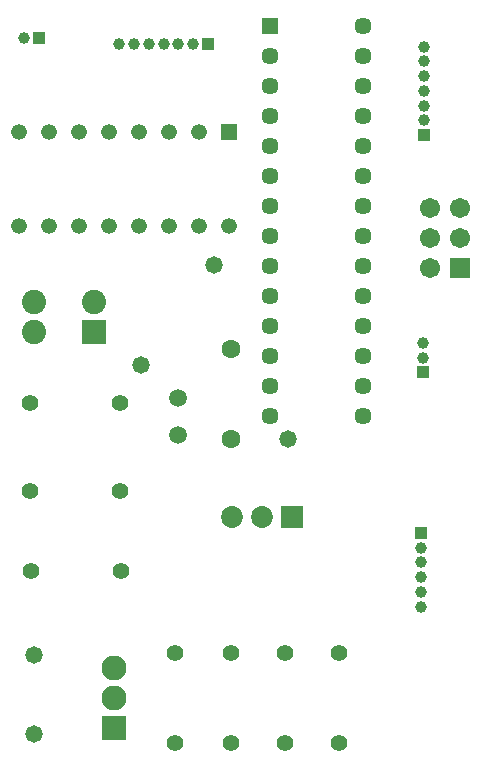
<source format=gts>
G04*
G04 #@! TF.GenerationSoftware,Altium Limited,Altium Designer,22.3.1 (43)*
G04*
G04 Layer_Color=8388736*
%FSLAX25Y25*%
%MOIN*%
G70*
G04*
G04 #@! TF.SameCoordinates,1C7FBABB-5D2B-4B54-8B73-D7DE824473AF*
G04*
G04*
G04 #@! TF.FilePolarity,Negative*
G04*
G01*
G75*
%ADD16C,0.05721*%
%ADD17R,0.05721X0.05721*%
%ADD18C,0.03947*%
%ADD19R,0.03947X0.03947*%
%ADD20C,0.05918*%
%ADD21R,0.07300X0.07300*%
%ADD22C,0.07300*%
%ADD23R,0.08320X0.08320*%
%ADD24C,0.08320*%
%ADD25C,0.05249*%
%ADD26R,0.05249X0.05249*%
%ADD27R,0.08083X0.08083*%
%ADD28C,0.08083*%
%ADD29C,0.06312*%
%ADD30R,0.03947X0.03947*%
%ADD31C,0.06706*%
%ADD32R,0.06706X0.06706*%
%ADD33C,0.05524*%
%ADD34C,0.05800*%
D16*
X126000Y256000D02*
D03*
Y246000D02*
D03*
Y236000D02*
D03*
Y226000D02*
D03*
Y216000D02*
D03*
Y206000D02*
D03*
Y196000D02*
D03*
Y186000D02*
D03*
Y176000D02*
D03*
Y166000D02*
D03*
Y156000D02*
D03*
Y146000D02*
D03*
Y136000D02*
D03*
Y126000D02*
D03*
X95000D02*
D03*
Y136000D02*
D03*
Y146000D02*
D03*
Y156000D02*
D03*
Y166000D02*
D03*
Y176000D02*
D03*
Y186000D02*
D03*
Y196000D02*
D03*
Y206000D02*
D03*
Y216000D02*
D03*
Y226000D02*
D03*
Y236000D02*
D03*
Y246000D02*
D03*
D17*
Y256000D02*
D03*
D18*
X145500Y62579D02*
D03*
Y67500D02*
D03*
Y72421D02*
D03*
Y77342D02*
D03*
Y82264D02*
D03*
X146500Y249264D02*
D03*
Y244342D02*
D03*
Y239421D02*
D03*
Y234500D02*
D03*
Y229579D02*
D03*
Y224658D02*
D03*
X13079Y252000D02*
D03*
X146000Y150500D02*
D03*
Y145579D02*
D03*
X44815Y250000D02*
D03*
X49736D02*
D03*
X54658D02*
D03*
X59579D02*
D03*
X64500D02*
D03*
X69421D02*
D03*
D19*
X145500Y87185D02*
D03*
X146500Y219736D02*
D03*
X146000Y140657D02*
D03*
D20*
X64500Y119898D02*
D03*
Y132102D02*
D03*
D21*
X102500Y92500D02*
D03*
D22*
X92500D02*
D03*
X82500D02*
D03*
D23*
X43000Y21961D02*
D03*
D24*
Y32000D02*
D03*
Y42039D02*
D03*
D25*
X81500Y189370D02*
D03*
X71500D02*
D03*
X61500D02*
D03*
X51500D02*
D03*
X41500D02*
D03*
X31500D02*
D03*
X21500D02*
D03*
X11500D02*
D03*
Y220630D02*
D03*
X21500D02*
D03*
X31500D02*
D03*
X41500D02*
D03*
X51500D02*
D03*
X61500D02*
D03*
X71500D02*
D03*
D26*
X81500D02*
D03*
D27*
X36500Y154000D02*
D03*
D28*
X16500D02*
D03*
Y164000D02*
D03*
X36500D02*
D03*
D29*
X82000Y118500D02*
D03*
Y148500D02*
D03*
D30*
X18000Y252000D02*
D03*
X74343Y250000D02*
D03*
D31*
X148500Y195500D02*
D03*
Y185500D02*
D03*
Y175500D02*
D03*
X158500Y195500D02*
D03*
Y185500D02*
D03*
D32*
Y175500D02*
D03*
D33*
X63500Y17000D02*
D03*
Y47000D02*
D03*
X45000Y130500D02*
D03*
X15000D02*
D03*
X45000Y101000D02*
D03*
X15000D02*
D03*
X100000Y47000D02*
D03*
Y17000D02*
D03*
X45500Y74500D02*
D03*
X15500D02*
D03*
X82000Y47000D02*
D03*
Y17000D02*
D03*
X118000D02*
D03*
Y47000D02*
D03*
D34*
X101137Y118500D02*
D03*
X52000Y143000D02*
D03*
X76500Y176500D02*
D03*
X16500Y20000D02*
D03*
Y46500D02*
D03*
M02*

</source>
